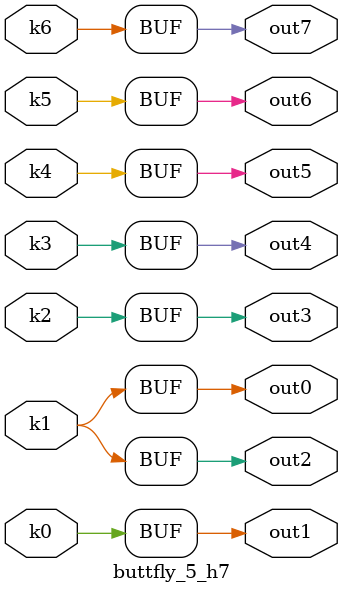
<source format=v>
module buttfly_5(pi0, pi1, pi2, pi3, pi4, pi5, pi6, pi7, po0, po1, po2, po3, po4, po5, po6, po7);
input pi0, pi1, pi2, pi3, pi4, pi5, pi6, pi7;
output po0, po1, po2, po3, po4, po5, po6, po7;
wire k0, k1, k2, k3, k4, k5, k6;
buttfly_5_w7 DUT1 (pi0, pi1, pi2, pi3, pi4, pi5, pi6, pi7, k0, k1, k2, k3, k4, k5, k6);
buttfly_5_h7 DUT2 (k0, k1, k2, k3, k4, k5, k6, po0, po1, po2, po3, po4, po5, po6, po7);
endmodule

module buttfly_5_w7(in7, in6, in5, in4, in3, in2, in1, in0, k6, k5, k4, k3, k2, k1, k0);
input in7, in6, in5, in4, in3, in2, in1, in0;
output k6, k5, k4, k3, k2, k1, k0;
assign k0 =   (((~in7 & (in5 | in1)) | (in5 & in1)) & (~in6 | in4)) | (~in6 & in4);
assign k1 =   ((in6 ^ in4) & ((in1 & (~in7 | in5)) | (~in7 & in5))) | (((in7 & ~in5) | (in0 & (in7 | ~in5))) & (~in6 ^ in4));
assign k2 =   (in1 & (in7 ^ in5)) | (in0 & (~in7 ^ in5));
assign k3 =   (((~in7 & (~in5 | in2)) | (~in5 & in2)) & (~in6 | ~in4)) | (~in6 & ~in4);
assign k4 =   (((in7 & (in5 | in3)) | (in5 & in3)) & (in6 | in4)) | (in6 & in4);
assign k5 =   ((in6 ^ in4) & ((in3 & (in7 | in5)) | (in7 & in5))) | (((~in7 & ~in5) | (in2 & (~in7 | ~in5))) & (~in6 ^ in4));
assign k6 =   (in3 & (in7 ^ in5)) | (in2 & (~in7 ^ in5));
endmodule

module buttfly_5_h7(k6, k5, k4, k3, k2, k1, k0, out7, out6, out5, out4, out3, out2, out1, out0);
input k6, k5, k4, k3, k2, k1, k0;
output out7, out6, out5, out4, out3, out2, out1, out0;
assign out0 = k1;
assign out1 = k0;
assign out2 = k1;
assign out3 = k2;
assign out4 = k3;
assign out5 = k4;
assign out6 = k5;
assign out7 = k6;
endmodule

</source>
